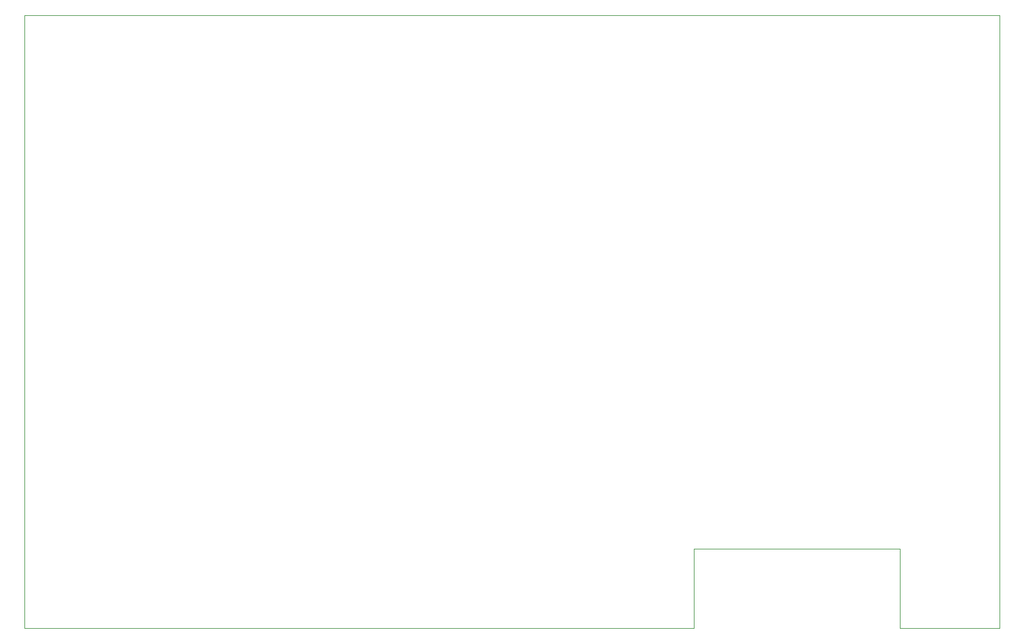
<source format=gbr>
%TF.GenerationSoftware,KiCad,Pcbnew,8.0.7*%
%TF.CreationDate,2025-01-22T12:13:36+01:00*%
%TF.ProjectId,STM32_GateSignalGenerator,53544d33-325f-4476-9174-655369676e61,rev?*%
%TF.SameCoordinates,Original*%
%TF.FileFunction,Profile,NP*%
%FSLAX46Y46*%
G04 Gerber Fmt 4.6, Leading zero omitted, Abs format (unit mm)*
G04 Created by KiCad (PCBNEW 8.0.7) date 2025-01-22 12:13:36*
%MOMM*%
%LPD*%
G01*
G04 APERTURE LIST*
%TA.AperFunction,Profile*%
%ADD10C,0.100000*%
%TD*%
G04 APERTURE END LIST*
D10*
X201850000Y-148115000D02*
X201850000Y-146615000D01*
X215650000Y-63115000D02*
X215650000Y-148115000D01*
X173350000Y-137115000D02*
X201850000Y-137115000D01*
X80650000Y-63115000D02*
X215650000Y-63115000D01*
X173350000Y-148115000D02*
X173350000Y-137115000D01*
X80650000Y-63115000D02*
X80650000Y-148115000D01*
X201850000Y-137115000D02*
X201850000Y-146615000D01*
X215650000Y-148115000D02*
X201850000Y-148115000D01*
X80650000Y-148115000D02*
X173350000Y-148115000D01*
M02*

</source>
